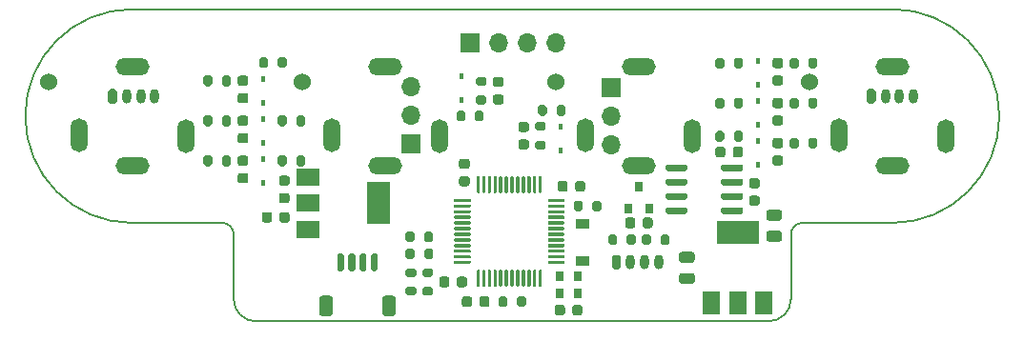
<source format=gbr>
%TF.GenerationSoftware,KiCad,Pcbnew,(5.1.9)-1*%
%TF.CreationDate,2021-02-22T13:59:34+01:00*%
%TF.ProjectId,input-board,696e7075-742d-4626-9f61-72642e6b6963,rev?*%
%TF.SameCoordinates,Original*%
%TF.FileFunction,Soldermask,Top*%
%TF.FilePolarity,Negative*%
%FSLAX46Y46*%
G04 Gerber Fmt 4.6, Leading zero omitted, Abs format (unit mm)*
G04 Created by KiCad (PCBNEW (5.1.9)-1) date 2021-02-22 13:59:34*
%MOMM*%
%LPD*%
G01*
G04 APERTURE LIST*
%TA.AperFunction,Profile*%
%ADD10C,0.150000*%
%TD*%
%ADD11O,1.700000X1.700000*%
%ADD12R,1.700000X1.700000*%
%ADD13O,0.800000X1.300000*%
%ADD14R,1.500000X2.000000*%
%ADD15R,3.800000X2.000000*%
%ADD16R,1.200000X0.900000*%
%ADD17C,1.524000*%
%ADD18O,3.000000X1.500000*%
%ADD19O,1.500000X3.000000*%
%ADD20R,0.650000X0.850000*%
%ADD21R,0.450000X0.600000*%
%ADD22R,2.000000X1.500000*%
%ADD23R,2.000000X3.800000*%
%ADD24R,0.800000X0.900000*%
G04 APERTURE END LIST*
D10*
X109000000Y-40500000D02*
G75*
G03*
X108000000Y-39500000I-1000000J0D01*
G01*
X159500000Y-39500000D02*
G75*
G03*
X158500000Y-40500000I0J-1000000D01*
G01*
X156500000Y-48250000D02*
G75*
G03*
X158500000Y-46250000I0J2000000D01*
G01*
X109000000Y-46250000D02*
G75*
G03*
X111000000Y-48250000I2000000J0D01*
G01*
X159500000Y-39500000D02*
X167500000Y-39500000D01*
X108000000Y-39500000D02*
X100000000Y-39500000D01*
X158500000Y-46250000D02*
X158500000Y-40500000D01*
X111000000Y-48250000D02*
X156500000Y-48250000D01*
X109000000Y-40500000D02*
X109000000Y-46250000D01*
X100000000Y-20500000D02*
G75*
G03*
X100000000Y-39500000I0J-9500000D01*
G01*
X167500000Y-39500000D02*
G75*
G03*
X167500000Y-20500000I0J9500000D01*
G01*
X100000000Y-20500000D02*
X167500000Y-20500000D01*
D11*
%TO.C,J6*%
X124750000Y-27420000D03*
X124750000Y-29960000D03*
D12*
X124750000Y-32500000D03*
%TD*%
D11*
%TO.C,J7*%
X142500000Y-32580000D03*
X142500000Y-30040000D03*
D12*
X142500000Y-27500000D03*
%TD*%
%TO.C,U1*%
G36*
G01*
X149300000Y-38255000D02*
X149300000Y-38555000D01*
G75*
G02*
X149150000Y-38705000I-150000J0D01*
G01*
X147500000Y-38705000D01*
G75*
G02*
X147350000Y-38555000I0J150000D01*
G01*
X147350000Y-38255000D01*
G75*
G02*
X147500000Y-38105000I150000J0D01*
G01*
X149150000Y-38105000D01*
G75*
G02*
X149300000Y-38255000I0J-150000D01*
G01*
G37*
G36*
G01*
X149300000Y-36985000D02*
X149300000Y-37285000D01*
G75*
G02*
X149150000Y-37435000I-150000J0D01*
G01*
X147500000Y-37435000D01*
G75*
G02*
X147350000Y-37285000I0J150000D01*
G01*
X147350000Y-36985000D01*
G75*
G02*
X147500000Y-36835000I150000J0D01*
G01*
X149150000Y-36835000D01*
G75*
G02*
X149300000Y-36985000I0J-150000D01*
G01*
G37*
G36*
G01*
X149300000Y-35715000D02*
X149300000Y-36015000D01*
G75*
G02*
X149150000Y-36165000I-150000J0D01*
G01*
X147500000Y-36165000D01*
G75*
G02*
X147350000Y-36015000I0J150000D01*
G01*
X147350000Y-35715000D01*
G75*
G02*
X147500000Y-35565000I150000J0D01*
G01*
X149150000Y-35565000D01*
G75*
G02*
X149300000Y-35715000I0J-150000D01*
G01*
G37*
G36*
G01*
X149300000Y-34445000D02*
X149300000Y-34745000D01*
G75*
G02*
X149150000Y-34895000I-150000J0D01*
G01*
X147500000Y-34895000D01*
G75*
G02*
X147350000Y-34745000I0J150000D01*
G01*
X147350000Y-34445000D01*
G75*
G02*
X147500000Y-34295000I150000J0D01*
G01*
X149150000Y-34295000D01*
G75*
G02*
X149300000Y-34445000I0J-150000D01*
G01*
G37*
G36*
G01*
X154250000Y-34445000D02*
X154250000Y-34745000D01*
G75*
G02*
X154100000Y-34895000I-150000J0D01*
G01*
X152450000Y-34895000D01*
G75*
G02*
X152300000Y-34745000I0J150000D01*
G01*
X152300000Y-34445000D01*
G75*
G02*
X152450000Y-34295000I150000J0D01*
G01*
X154100000Y-34295000D01*
G75*
G02*
X154250000Y-34445000I0J-150000D01*
G01*
G37*
G36*
G01*
X154250000Y-35715000D02*
X154250000Y-36015000D01*
G75*
G02*
X154100000Y-36165000I-150000J0D01*
G01*
X152450000Y-36165000D01*
G75*
G02*
X152300000Y-36015000I0J150000D01*
G01*
X152300000Y-35715000D01*
G75*
G02*
X152450000Y-35565000I150000J0D01*
G01*
X154100000Y-35565000D01*
G75*
G02*
X154250000Y-35715000I0J-150000D01*
G01*
G37*
G36*
G01*
X154250000Y-36985000D02*
X154250000Y-37285000D01*
G75*
G02*
X154100000Y-37435000I-150000J0D01*
G01*
X152450000Y-37435000D01*
G75*
G02*
X152300000Y-37285000I0J150000D01*
G01*
X152300000Y-36985000D01*
G75*
G02*
X152450000Y-36835000I150000J0D01*
G01*
X154100000Y-36835000D01*
G75*
G02*
X154250000Y-36985000I0J-150000D01*
G01*
G37*
G36*
G01*
X154250000Y-38255000D02*
X154250000Y-38555000D01*
G75*
G02*
X154100000Y-38705000I-150000J0D01*
G01*
X152450000Y-38705000D01*
G75*
G02*
X152300000Y-38555000I0J150000D01*
G01*
X152300000Y-38255000D01*
G75*
G02*
X152450000Y-38105000I150000J0D01*
G01*
X154100000Y-38105000D01*
G75*
G02*
X154250000Y-38255000I0J-150000D01*
G01*
G37*
%TD*%
D13*
%TO.C,J1*%
X102000000Y-28250000D03*
X100750000Y-28250000D03*
X99500000Y-28250000D03*
G36*
G01*
X97850000Y-28700000D02*
X97850000Y-27800000D01*
G75*
G02*
X98050000Y-27600000I200000J0D01*
G01*
X98450000Y-27600000D01*
G75*
G02*
X98650000Y-27800000I0J-200000D01*
G01*
X98650000Y-28700000D01*
G75*
G02*
X98450000Y-28900000I-200000J0D01*
G01*
X98050000Y-28900000D01*
G75*
G02*
X97850000Y-28700000I0J200000D01*
G01*
G37*
%TD*%
D14*
%TO.C,U3*%
X151450000Y-46650000D03*
X156050000Y-46650000D03*
X153750000Y-46650000D03*
D15*
X153750000Y-40350000D03*
%TD*%
%TO.C,C17*%
G36*
G01*
X156543750Y-40200000D02*
X157456250Y-40200000D01*
G75*
G02*
X157700000Y-40443750I0J-243750D01*
G01*
X157700000Y-40931250D01*
G75*
G02*
X157456250Y-41175000I-243750J0D01*
G01*
X156543750Y-41175000D01*
G75*
G02*
X156300000Y-40931250I0J243750D01*
G01*
X156300000Y-40443750D01*
G75*
G02*
X156543750Y-40200000I243750J0D01*
G01*
G37*
G36*
G01*
X156543750Y-38325000D02*
X157456250Y-38325000D01*
G75*
G02*
X157700000Y-38568750I0J-243750D01*
G01*
X157700000Y-39056250D01*
G75*
G02*
X157456250Y-39300000I-243750J0D01*
G01*
X156543750Y-39300000D01*
G75*
G02*
X156300000Y-39056250I0J243750D01*
G01*
X156300000Y-38568750D01*
G75*
G02*
X156543750Y-38325000I243750J0D01*
G01*
G37*
%TD*%
%TO.C,C15*%
G36*
G01*
X148793750Y-43950000D02*
X149706250Y-43950000D01*
G75*
G02*
X149950000Y-44193750I0J-243750D01*
G01*
X149950000Y-44681250D01*
G75*
G02*
X149706250Y-44925000I-243750J0D01*
G01*
X148793750Y-44925000D01*
G75*
G02*
X148550000Y-44681250I0J243750D01*
G01*
X148550000Y-44193750D01*
G75*
G02*
X148793750Y-43950000I243750J0D01*
G01*
G37*
G36*
G01*
X148793750Y-42075000D02*
X149706250Y-42075000D01*
G75*
G02*
X149950000Y-42318750I0J-243750D01*
G01*
X149950000Y-42806250D01*
G75*
G02*
X149706250Y-43050000I-243750J0D01*
G01*
X148793750Y-43050000D01*
G75*
G02*
X148550000Y-42806250I0J243750D01*
G01*
X148550000Y-42318750D01*
G75*
G02*
X148793750Y-42075000I243750J0D01*
G01*
G37*
%TD*%
D16*
%TO.C,D8*%
X140000000Y-39600000D03*
X140000000Y-42900000D03*
%TD*%
D17*
%TO.C,SW3*%
X137600000Y-27000000D03*
D18*
X145000000Y-34400000D03*
X145000000Y-25600000D03*
D19*
X140250000Y-31700000D03*
X149750000Y-31800000D03*
%TD*%
D20*
%TO.C,X1*%
X137925000Y-44225000D03*
X139575000Y-44225000D03*
X139575000Y-45775000D03*
X137925000Y-45775000D03*
%TD*%
%TO.C,C8*%
G36*
G01*
X138425000Y-47000000D02*
X138425000Y-47500000D01*
G75*
G02*
X138200000Y-47725000I-225000J0D01*
G01*
X137750000Y-47725000D01*
G75*
G02*
X137525000Y-47500000I0J225000D01*
G01*
X137525000Y-47000000D01*
G75*
G02*
X137750000Y-46775000I225000J0D01*
G01*
X138200000Y-46775000D01*
G75*
G02*
X138425000Y-47000000I0J-225000D01*
G01*
G37*
G36*
G01*
X139975000Y-47000000D02*
X139975000Y-47500000D01*
G75*
G02*
X139750000Y-47725000I-225000J0D01*
G01*
X139300000Y-47725000D01*
G75*
G02*
X139075000Y-47500000I0J225000D01*
G01*
X139075000Y-47000000D01*
G75*
G02*
X139300000Y-46775000I225000J0D01*
G01*
X139750000Y-46775000D01*
G75*
G02*
X139975000Y-47000000I0J-225000D01*
G01*
G37*
%TD*%
D21*
%TO.C,D1*%
X111608000Y-33825000D03*
X111608000Y-35925000D03*
%TD*%
%TO.C,D3*%
X111608000Y-26713000D03*
X111608000Y-28813000D03*
%TD*%
D17*
%TO.C,SW1*%
X92600000Y-27000000D03*
D18*
X100000000Y-34400000D03*
X100000000Y-25600000D03*
D19*
X95250000Y-31700000D03*
X104750000Y-31800000D03*
%TD*%
%TO.C,J2*%
G36*
G01*
X165225000Y-28700000D02*
X165225000Y-27800000D01*
G75*
G02*
X165425000Y-27600000I200000J0D01*
G01*
X165825000Y-27600000D01*
G75*
G02*
X166025000Y-27800000I0J-200000D01*
G01*
X166025000Y-28700000D01*
G75*
G02*
X165825000Y-28900000I-200000J0D01*
G01*
X165425000Y-28900000D01*
G75*
G02*
X165225000Y-28700000I0J200000D01*
G01*
G37*
D13*
X166875000Y-28250000D03*
X168125000Y-28250000D03*
X169375000Y-28250000D03*
%TD*%
%TO.C,J4*%
X146750000Y-43000000D03*
X145500000Y-43000000D03*
X144250000Y-43000000D03*
G36*
G01*
X142600000Y-43450000D02*
X142600000Y-42550000D01*
G75*
G02*
X142800000Y-42350000I200000J0D01*
G01*
X143200000Y-42350000D01*
G75*
G02*
X143400000Y-42550000I0J-200000D01*
G01*
X143400000Y-43450000D01*
G75*
G02*
X143200000Y-43650000I-200000J0D01*
G01*
X142800000Y-43650000D01*
G75*
G02*
X142600000Y-43450000I0J200000D01*
G01*
G37*
%TD*%
D22*
%TO.C,U4*%
X115600000Y-35450000D03*
X115600000Y-40050000D03*
X115600000Y-37750000D03*
D23*
X121900000Y-37750000D03*
%TD*%
%TO.C,U2*%
G36*
G01*
X130802000Y-45159000D02*
X130652000Y-45159000D01*
G75*
G02*
X130577000Y-45084000I0J75000D01*
G01*
X130577000Y-43759000D01*
G75*
G02*
X130652000Y-43684000I75000J0D01*
G01*
X130802000Y-43684000D01*
G75*
G02*
X130877000Y-43759000I0J-75000D01*
G01*
X130877000Y-45084000D01*
G75*
G02*
X130802000Y-45159000I-75000J0D01*
G01*
G37*
G36*
G01*
X131302000Y-45159000D02*
X131152000Y-45159000D01*
G75*
G02*
X131077000Y-45084000I0J75000D01*
G01*
X131077000Y-43759000D01*
G75*
G02*
X131152000Y-43684000I75000J0D01*
G01*
X131302000Y-43684000D01*
G75*
G02*
X131377000Y-43759000I0J-75000D01*
G01*
X131377000Y-45084000D01*
G75*
G02*
X131302000Y-45159000I-75000J0D01*
G01*
G37*
G36*
G01*
X131802000Y-45159000D02*
X131652000Y-45159000D01*
G75*
G02*
X131577000Y-45084000I0J75000D01*
G01*
X131577000Y-43759000D01*
G75*
G02*
X131652000Y-43684000I75000J0D01*
G01*
X131802000Y-43684000D01*
G75*
G02*
X131877000Y-43759000I0J-75000D01*
G01*
X131877000Y-45084000D01*
G75*
G02*
X131802000Y-45159000I-75000J0D01*
G01*
G37*
G36*
G01*
X132302000Y-45159000D02*
X132152000Y-45159000D01*
G75*
G02*
X132077000Y-45084000I0J75000D01*
G01*
X132077000Y-43759000D01*
G75*
G02*
X132152000Y-43684000I75000J0D01*
G01*
X132302000Y-43684000D01*
G75*
G02*
X132377000Y-43759000I0J-75000D01*
G01*
X132377000Y-45084000D01*
G75*
G02*
X132302000Y-45159000I-75000J0D01*
G01*
G37*
G36*
G01*
X132802000Y-45159000D02*
X132652000Y-45159000D01*
G75*
G02*
X132577000Y-45084000I0J75000D01*
G01*
X132577000Y-43759000D01*
G75*
G02*
X132652000Y-43684000I75000J0D01*
G01*
X132802000Y-43684000D01*
G75*
G02*
X132877000Y-43759000I0J-75000D01*
G01*
X132877000Y-45084000D01*
G75*
G02*
X132802000Y-45159000I-75000J0D01*
G01*
G37*
G36*
G01*
X133302000Y-45159000D02*
X133152000Y-45159000D01*
G75*
G02*
X133077000Y-45084000I0J75000D01*
G01*
X133077000Y-43759000D01*
G75*
G02*
X133152000Y-43684000I75000J0D01*
G01*
X133302000Y-43684000D01*
G75*
G02*
X133377000Y-43759000I0J-75000D01*
G01*
X133377000Y-45084000D01*
G75*
G02*
X133302000Y-45159000I-75000J0D01*
G01*
G37*
G36*
G01*
X133802000Y-45159000D02*
X133652000Y-45159000D01*
G75*
G02*
X133577000Y-45084000I0J75000D01*
G01*
X133577000Y-43759000D01*
G75*
G02*
X133652000Y-43684000I75000J0D01*
G01*
X133802000Y-43684000D01*
G75*
G02*
X133877000Y-43759000I0J-75000D01*
G01*
X133877000Y-45084000D01*
G75*
G02*
X133802000Y-45159000I-75000J0D01*
G01*
G37*
G36*
G01*
X134302000Y-45159000D02*
X134152000Y-45159000D01*
G75*
G02*
X134077000Y-45084000I0J75000D01*
G01*
X134077000Y-43759000D01*
G75*
G02*
X134152000Y-43684000I75000J0D01*
G01*
X134302000Y-43684000D01*
G75*
G02*
X134377000Y-43759000I0J-75000D01*
G01*
X134377000Y-45084000D01*
G75*
G02*
X134302000Y-45159000I-75000J0D01*
G01*
G37*
G36*
G01*
X134802000Y-45159000D02*
X134652000Y-45159000D01*
G75*
G02*
X134577000Y-45084000I0J75000D01*
G01*
X134577000Y-43759000D01*
G75*
G02*
X134652000Y-43684000I75000J0D01*
G01*
X134802000Y-43684000D01*
G75*
G02*
X134877000Y-43759000I0J-75000D01*
G01*
X134877000Y-45084000D01*
G75*
G02*
X134802000Y-45159000I-75000J0D01*
G01*
G37*
G36*
G01*
X135302000Y-45159000D02*
X135152000Y-45159000D01*
G75*
G02*
X135077000Y-45084000I0J75000D01*
G01*
X135077000Y-43759000D01*
G75*
G02*
X135152000Y-43684000I75000J0D01*
G01*
X135302000Y-43684000D01*
G75*
G02*
X135377000Y-43759000I0J-75000D01*
G01*
X135377000Y-45084000D01*
G75*
G02*
X135302000Y-45159000I-75000J0D01*
G01*
G37*
G36*
G01*
X135802000Y-45159000D02*
X135652000Y-45159000D01*
G75*
G02*
X135577000Y-45084000I0J75000D01*
G01*
X135577000Y-43759000D01*
G75*
G02*
X135652000Y-43684000I75000J0D01*
G01*
X135802000Y-43684000D01*
G75*
G02*
X135877000Y-43759000I0J-75000D01*
G01*
X135877000Y-45084000D01*
G75*
G02*
X135802000Y-45159000I-75000J0D01*
G01*
G37*
G36*
G01*
X136302000Y-45159000D02*
X136152000Y-45159000D01*
G75*
G02*
X136077000Y-45084000I0J75000D01*
G01*
X136077000Y-43759000D01*
G75*
G02*
X136152000Y-43684000I75000J0D01*
G01*
X136302000Y-43684000D01*
G75*
G02*
X136377000Y-43759000I0J-75000D01*
G01*
X136377000Y-45084000D01*
G75*
G02*
X136302000Y-45159000I-75000J0D01*
G01*
G37*
G36*
G01*
X138302000Y-43159000D02*
X136977000Y-43159000D01*
G75*
G02*
X136902000Y-43084000I0J75000D01*
G01*
X136902000Y-42934000D01*
G75*
G02*
X136977000Y-42859000I75000J0D01*
G01*
X138302000Y-42859000D01*
G75*
G02*
X138377000Y-42934000I0J-75000D01*
G01*
X138377000Y-43084000D01*
G75*
G02*
X138302000Y-43159000I-75000J0D01*
G01*
G37*
G36*
G01*
X138302000Y-42659000D02*
X136977000Y-42659000D01*
G75*
G02*
X136902000Y-42584000I0J75000D01*
G01*
X136902000Y-42434000D01*
G75*
G02*
X136977000Y-42359000I75000J0D01*
G01*
X138302000Y-42359000D01*
G75*
G02*
X138377000Y-42434000I0J-75000D01*
G01*
X138377000Y-42584000D01*
G75*
G02*
X138302000Y-42659000I-75000J0D01*
G01*
G37*
G36*
G01*
X138302000Y-42159000D02*
X136977000Y-42159000D01*
G75*
G02*
X136902000Y-42084000I0J75000D01*
G01*
X136902000Y-41934000D01*
G75*
G02*
X136977000Y-41859000I75000J0D01*
G01*
X138302000Y-41859000D01*
G75*
G02*
X138377000Y-41934000I0J-75000D01*
G01*
X138377000Y-42084000D01*
G75*
G02*
X138302000Y-42159000I-75000J0D01*
G01*
G37*
G36*
G01*
X138302000Y-41659000D02*
X136977000Y-41659000D01*
G75*
G02*
X136902000Y-41584000I0J75000D01*
G01*
X136902000Y-41434000D01*
G75*
G02*
X136977000Y-41359000I75000J0D01*
G01*
X138302000Y-41359000D01*
G75*
G02*
X138377000Y-41434000I0J-75000D01*
G01*
X138377000Y-41584000D01*
G75*
G02*
X138302000Y-41659000I-75000J0D01*
G01*
G37*
G36*
G01*
X138302000Y-41159000D02*
X136977000Y-41159000D01*
G75*
G02*
X136902000Y-41084000I0J75000D01*
G01*
X136902000Y-40934000D01*
G75*
G02*
X136977000Y-40859000I75000J0D01*
G01*
X138302000Y-40859000D01*
G75*
G02*
X138377000Y-40934000I0J-75000D01*
G01*
X138377000Y-41084000D01*
G75*
G02*
X138302000Y-41159000I-75000J0D01*
G01*
G37*
G36*
G01*
X138302000Y-40659000D02*
X136977000Y-40659000D01*
G75*
G02*
X136902000Y-40584000I0J75000D01*
G01*
X136902000Y-40434000D01*
G75*
G02*
X136977000Y-40359000I75000J0D01*
G01*
X138302000Y-40359000D01*
G75*
G02*
X138377000Y-40434000I0J-75000D01*
G01*
X138377000Y-40584000D01*
G75*
G02*
X138302000Y-40659000I-75000J0D01*
G01*
G37*
G36*
G01*
X138302000Y-40159000D02*
X136977000Y-40159000D01*
G75*
G02*
X136902000Y-40084000I0J75000D01*
G01*
X136902000Y-39934000D01*
G75*
G02*
X136977000Y-39859000I75000J0D01*
G01*
X138302000Y-39859000D01*
G75*
G02*
X138377000Y-39934000I0J-75000D01*
G01*
X138377000Y-40084000D01*
G75*
G02*
X138302000Y-40159000I-75000J0D01*
G01*
G37*
G36*
G01*
X138302000Y-39659000D02*
X136977000Y-39659000D01*
G75*
G02*
X136902000Y-39584000I0J75000D01*
G01*
X136902000Y-39434000D01*
G75*
G02*
X136977000Y-39359000I75000J0D01*
G01*
X138302000Y-39359000D01*
G75*
G02*
X138377000Y-39434000I0J-75000D01*
G01*
X138377000Y-39584000D01*
G75*
G02*
X138302000Y-39659000I-75000J0D01*
G01*
G37*
G36*
G01*
X138302000Y-39159000D02*
X136977000Y-39159000D01*
G75*
G02*
X136902000Y-39084000I0J75000D01*
G01*
X136902000Y-38934000D01*
G75*
G02*
X136977000Y-38859000I75000J0D01*
G01*
X138302000Y-38859000D01*
G75*
G02*
X138377000Y-38934000I0J-75000D01*
G01*
X138377000Y-39084000D01*
G75*
G02*
X138302000Y-39159000I-75000J0D01*
G01*
G37*
G36*
G01*
X138302000Y-38659000D02*
X136977000Y-38659000D01*
G75*
G02*
X136902000Y-38584000I0J75000D01*
G01*
X136902000Y-38434000D01*
G75*
G02*
X136977000Y-38359000I75000J0D01*
G01*
X138302000Y-38359000D01*
G75*
G02*
X138377000Y-38434000I0J-75000D01*
G01*
X138377000Y-38584000D01*
G75*
G02*
X138302000Y-38659000I-75000J0D01*
G01*
G37*
G36*
G01*
X138302000Y-38159000D02*
X136977000Y-38159000D01*
G75*
G02*
X136902000Y-38084000I0J75000D01*
G01*
X136902000Y-37934000D01*
G75*
G02*
X136977000Y-37859000I75000J0D01*
G01*
X138302000Y-37859000D01*
G75*
G02*
X138377000Y-37934000I0J-75000D01*
G01*
X138377000Y-38084000D01*
G75*
G02*
X138302000Y-38159000I-75000J0D01*
G01*
G37*
G36*
G01*
X138302000Y-37659000D02*
X136977000Y-37659000D01*
G75*
G02*
X136902000Y-37584000I0J75000D01*
G01*
X136902000Y-37434000D01*
G75*
G02*
X136977000Y-37359000I75000J0D01*
G01*
X138302000Y-37359000D01*
G75*
G02*
X138377000Y-37434000I0J-75000D01*
G01*
X138377000Y-37584000D01*
G75*
G02*
X138302000Y-37659000I-75000J0D01*
G01*
G37*
G36*
G01*
X136302000Y-36834000D02*
X136152000Y-36834000D01*
G75*
G02*
X136077000Y-36759000I0J75000D01*
G01*
X136077000Y-35434000D01*
G75*
G02*
X136152000Y-35359000I75000J0D01*
G01*
X136302000Y-35359000D01*
G75*
G02*
X136377000Y-35434000I0J-75000D01*
G01*
X136377000Y-36759000D01*
G75*
G02*
X136302000Y-36834000I-75000J0D01*
G01*
G37*
G36*
G01*
X135802000Y-36834000D02*
X135652000Y-36834000D01*
G75*
G02*
X135577000Y-36759000I0J75000D01*
G01*
X135577000Y-35434000D01*
G75*
G02*
X135652000Y-35359000I75000J0D01*
G01*
X135802000Y-35359000D01*
G75*
G02*
X135877000Y-35434000I0J-75000D01*
G01*
X135877000Y-36759000D01*
G75*
G02*
X135802000Y-36834000I-75000J0D01*
G01*
G37*
G36*
G01*
X135302000Y-36834000D02*
X135152000Y-36834000D01*
G75*
G02*
X135077000Y-36759000I0J75000D01*
G01*
X135077000Y-35434000D01*
G75*
G02*
X135152000Y-35359000I75000J0D01*
G01*
X135302000Y-35359000D01*
G75*
G02*
X135377000Y-35434000I0J-75000D01*
G01*
X135377000Y-36759000D01*
G75*
G02*
X135302000Y-36834000I-75000J0D01*
G01*
G37*
G36*
G01*
X134802000Y-36834000D02*
X134652000Y-36834000D01*
G75*
G02*
X134577000Y-36759000I0J75000D01*
G01*
X134577000Y-35434000D01*
G75*
G02*
X134652000Y-35359000I75000J0D01*
G01*
X134802000Y-35359000D01*
G75*
G02*
X134877000Y-35434000I0J-75000D01*
G01*
X134877000Y-36759000D01*
G75*
G02*
X134802000Y-36834000I-75000J0D01*
G01*
G37*
G36*
G01*
X134302000Y-36834000D02*
X134152000Y-36834000D01*
G75*
G02*
X134077000Y-36759000I0J75000D01*
G01*
X134077000Y-35434000D01*
G75*
G02*
X134152000Y-35359000I75000J0D01*
G01*
X134302000Y-35359000D01*
G75*
G02*
X134377000Y-35434000I0J-75000D01*
G01*
X134377000Y-36759000D01*
G75*
G02*
X134302000Y-36834000I-75000J0D01*
G01*
G37*
G36*
G01*
X133802000Y-36834000D02*
X133652000Y-36834000D01*
G75*
G02*
X133577000Y-36759000I0J75000D01*
G01*
X133577000Y-35434000D01*
G75*
G02*
X133652000Y-35359000I75000J0D01*
G01*
X133802000Y-35359000D01*
G75*
G02*
X133877000Y-35434000I0J-75000D01*
G01*
X133877000Y-36759000D01*
G75*
G02*
X133802000Y-36834000I-75000J0D01*
G01*
G37*
G36*
G01*
X133302000Y-36834000D02*
X133152000Y-36834000D01*
G75*
G02*
X133077000Y-36759000I0J75000D01*
G01*
X133077000Y-35434000D01*
G75*
G02*
X133152000Y-35359000I75000J0D01*
G01*
X133302000Y-35359000D01*
G75*
G02*
X133377000Y-35434000I0J-75000D01*
G01*
X133377000Y-36759000D01*
G75*
G02*
X133302000Y-36834000I-75000J0D01*
G01*
G37*
G36*
G01*
X132802000Y-36834000D02*
X132652000Y-36834000D01*
G75*
G02*
X132577000Y-36759000I0J75000D01*
G01*
X132577000Y-35434000D01*
G75*
G02*
X132652000Y-35359000I75000J0D01*
G01*
X132802000Y-35359000D01*
G75*
G02*
X132877000Y-35434000I0J-75000D01*
G01*
X132877000Y-36759000D01*
G75*
G02*
X132802000Y-36834000I-75000J0D01*
G01*
G37*
G36*
G01*
X132302000Y-36834000D02*
X132152000Y-36834000D01*
G75*
G02*
X132077000Y-36759000I0J75000D01*
G01*
X132077000Y-35434000D01*
G75*
G02*
X132152000Y-35359000I75000J0D01*
G01*
X132302000Y-35359000D01*
G75*
G02*
X132377000Y-35434000I0J-75000D01*
G01*
X132377000Y-36759000D01*
G75*
G02*
X132302000Y-36834000I-75000J0D01*
G01*
G37*
G36*
G01*
X131802000Y-36834000D02*
X131652000Y-36834000D01*
G75*
G02*
X131577000Y-36759000I0J75000D01*
G01*
X131577000Y-35434000D01*
G75*
G02*
X131652000Y-35359000I75000J0D01*
G01*
X131802000Y-35359000D01*
G75*
G02*
X131877000Y-35434000I0J-75000D01*
G01*
X131877000Y-36759000D01*
G75*
G02*
X131802000Y-36834000I-75000J0D01*
G01*
G37*
G36*
G01*
X131302000Y-36834000D02*
X131152000Y-36834000D01*
G75*
G02*
X131077000Y-36759000I0J75000D01*
G01*
X131077000Y-35434000D01*
G75*
G02*
X131152000Y-35359000I75000J0D01*
G01*
X131302000Y-35359000D01*
G75*
G02*
X131377000Y-35434000I0J-75000D01*
G01*
X131377000Y-36759000D01*
G75*
G02*
X131302000Y-36834000I-75000J0D01*
G01*
G37*
G36*
G01*
X130802000Y-36834000D02*
X130652000Y-36834000D01*
G75*
G02*
X130577000Y-36759000I0J75000D01*
G01*
X130577000Y-35434000D01*
G75*
G02*
X130652000Y-35359000I75000J0D01*
G01*
X130802000Y-35359000D01*
G75*
G02*
X130877000Y-35434000I0J-75000D01*
G01*
X130877000Y-36759000D01*
G75*
G02*
X130802000Y-36834000I-75000J0D01*
G01*
G37*
G36*
G01*
X129977000Y-37659000D02*
X128652000Y-37659000D01*
G75*
G02*
X128577000Y-37584000I0J75000D01*
G01*
X128577000Y-37434000D01*
G75*
G02*
X128652000Y-37359000I75000J0D01*
G01*
X129977000Y-37359000D01*
G75*
G02*
X130052000Y-37434000I0J-75000D01*
G01*
X130052000Y-37584000D01*
G75*
G02*
X129977000Y-37659000I-75000J0D01*
G01*
G37*
G36*
G01*
X129977000Y-38159000D02*
X128652000Y-38159000D01*
G75*
G02*
X128577000Y-38084000I0J75000D01*
G01*
X128577000Y-37934000D01*
G75*
G02*
X128652000Y-37859000I75000J0D01*
G01*
X129977000Y-37859000D01*
G75*
G02*
X130052000Y-37934000I0J-75000D01*
G01*
X130052000Y-38084000D01*
G75*
G02*
X129977000Y-38159000I-75000J0D01*
G01*
G37*
G36*
G01*
X129977000Y-38659000D02*
X128652000Y-38659000D01*
G75*
G02*
X128577000Y-38584000I0J75000D01*
G01*
X128577000Y-38434000D01*
G75*
G02*
X128652000Y-38359000I75000J0D01*
G01*
X129977000Y-38359000D01*
G75*
G02*
X130052000Y-38434000I0J-75000D01*
G01*
X130052000Y-38584000D01*
G75*
G02*
X129977000Y-38659000I-75000J0D01*
G01*
G37*
G36*
G01*
X129977000Y-39159000D02*
X128652000Y-39159000D01*
G75*
G02*
X128577000Y-39084000I0J75000D01*
G01*
X128577000Y-38934000D01*
G75*
G02*
X128652000Y-38859000I75000J0D01*
G01*
X129977000Y-38859000D01*
G75*
G02*
X130052000Y-38934000I0J-75000D01*
G01*
X130052000Y-39084000D01*
G75*
G02*
X129977000Y-39159000I-75000J0D01*
G01*
G37*
G36*
G01*
X129977000Y-39659000D02*
X128652000Y-39659000D01*
G75*
G02*
X128577000Y-39584000I0J75000D01*
G01*
X128577000Y-39434000D01*
G75*
G02*
X128652000Y-39359000I75000J0D01*
G01*
X129977000Y-39359000D01*
G75*
G02*
X130052000Y-39434000I0J-75000D01*
G01*
X130052000Y-39584000D01*
G75*
G02*
X129977000Y-39659000I-75000J0D01*
G01*
G37*
G36*
G01*
X129977000Y-40159000D02*
X128652000Y-40159000D01*
G75*
G02*
X128577000Y-40084000I0J75000D01*
G01*
X128577000Y-39934000D01*
G75*
G02*
X128652000Y-39859000I75000J0D01*
G01*
X129977000Y-39859000D01*
G75*
G02*
X130052000Y-39934000I0J-75000D01*
G01*
X130052000Y-40084000D01*
G75*
G02*
X129977000Y-40159000I-75000J0D01*
G01*
G37*
G36*
G01*
X129977000Y-40659000D02*
X128652000Y-40659000D01*
G75*
G02*
X128577000Y-40584000I0J75000D01*
G01*
X128577000Y-40434000D01*
G75*
G02*
X128652000Y-40359000I75000J0D01*
G01*
X129977000Y-40359000D01*
G75*
G02*
X130052000Y-40434000I0J-75000D01*
G01*
X130052000Y-40584000D01*
G75*
G02*
X129977000Y-40659000I-75000J0D01*
G01*
G37*
G36*
G01*
X129977000Y-41159000D02*
X128652000Y-41159000D01*
G75*
G02*
X128577000Y-41084000I0J75000D01*
G01*
X128577000Y-40934000D01*
G75*
G02*
X128652000Y-40859000I75000J0D01*
G01*
X129977000Y-40859000D01*
G75*
G02*
X130052000Y-40934000I0J-75000D01*
G01*
X130052000Y-41084000D01*
G75*
G02*
X129977000Y-41159000I-75000J0D01*
G01*
G37*
G36*
G01*
X129977000Y-41659000D02*
X128652000Y-41659000D01*
G75*
G02*
X128577000Y-41584000I0J75000D01*
G01*
X128577000Y-41434000D01*
G75*
G02*
X128652000Y-41359000I75000J0D01*
G01*
X129977000Y-41359000D01*
G75*
G02*
X130052000Y-41434000I0J-75000D01*
G01*
X130052000Y-41584000D01*
G75*
G02*
X129977000Y-41659000I-75000J0D01*
G01*
G37*
G36*
G01*
X129977000Y-42159000D02*
X128652000Y-42159000D01*
G75*
G02*
X128577000Y-42084000I0J75000D01*
G01*
X128577000Y-41934000D01*
G75*
G02*
X128652000Y-41859000I75000J0D01*
G01*
X129977000Y-41859000D01*
G75*
G02*
X130052000Y-41934000I0J-75000D01*
G01*
X130052000Y-42084000D01*
G75*
G02*
X129977000Y-42159000I-75000J0D01*
G01*
G37*
G36*
G01*
X129977000Y-42659000D02*
X128652000Y-42659000D01*
G75*
G02*
X128577000Y-42584000I0J75000D01*
G01*
X128577000Y-42434000D01*
G75*
G02*
X128652000Y-42359000I75000J0D01*
G01*
X129977000Y-42359000D01*
G75*
G02*
X130052000Y-42434000I0J-75000D01*
G01*
X130052000Y-42584000D01*
G75*
G02*
X129977000Y-42659000I-75000J0D01*
G01*
G37*
G36*
G01*
X129977000Y-43159000D02*
X128652000Y-43159000D01*
G75*
G02*
X128577000Y-43084000I0J75000D01*
G01*
X128577000Y-42934000D01*
G75*
G02*
X128652000Y-42859000I75000J0D01*
G01*
X129977000Y-42859000D01*
G75*
G02*
X130052000Y-42934000I0J-75000D01*
G01*
X130052000Y-43084000D01*
G75*
G02*
X129977000Y-43159000I-75000J0D01*
G01*
G37*
%TD*%
D17*
%TO.C,SW4*%
X160100000Y-27000000D03*
D18*
X167500000Y-34400000D03*
X167500000Y-25600000D03*
D19*
X162750000Y-31700000D03*
X172250000Y-31800000D03*
%TD*%
D17*
%TO.C,SW2*%
X115100000Y-27000000D03*
D18*
X122500000Y-34400000D03*
X122500000Y-25600000D03*
D19*
X117750000Y-31700000D03*
X127250000Y-31800000D03*
%TD*%
%TO.C,R15*%
G36*
G01*
X146925000Y-41275000D02*
X146925000Y-40725000D01*
G75*
G02*
X147125000Y-40525000I200000J0D01*
G01*
X147525000Y-40525000D01*
G75*
G02*
X147725000Y-40725000I0J-200000D01*
G01*
X147725000Y-41275000D01*
G75*
G02*
X147525000Y-41475000I-200000J0D01*
G01*
X147125000Y-41475000D01*
G75*
G02*
X146925000Y-41275000I0J200000D01*
G01*
G37*
G36*
G01*
X145275000Y-41275000D02*
X145275000Y-40725000D01*
G75*
G02*
X145475000Y-40525000I200000J0D01*
G01*
X145875000Y-40525000D01*
G75*
G02*
X146075000Y-40725000I0J-200000D01*
G01*
X146075000Y-41275000D01*
G75*
G02*
X145875000Y-41475000I-200000J0D01*
G01*
X145475000Y-41475000D01*
G75*
G02*
X145275000Y-41275000I0J200000D01*
G01*
G37*
%TD*%
%TO.C,R14*%
G36*
G01*
X143925000Y-41275000D02*
X143925000Y-40725000D01*
G75*
G02*
X144125000Y-40525000I200000J0D01*
G01*
X144525000Y-40525000D01*
G75*
G02*
X144725000Y-40725000I0J-200000D01*
G01*
X144725000Y-41275000D01*
G75*
G02*
X144525000Y-41475000I-200000J0D01*
G01*
X144125000Y-41475000D01*
G75*
G02*
X143925000Y-41275000I0J200000D01*
G01*
G37*
G36*
G01*
X142275000Y-41275000D02*
X142275000Y-40725000D01*
G75*
G02*
X142475000Y-40525000I200000J0D01*
G01*
X142875000Y-40525000D01*
G75*
G02*
X143075000Y-40725000I0J-200000D01*
G01*
X143075000Y-41275000D01*
G75*
G02*
X142875000Y-41475000I-200000J0D01*
G01*
X142475000Y-41475000D01*
G75*
G02*
X142275000Y-41275000I0J200000D01*
G01*
G37*
%TD*%
%TO.C,R18*%
G36*
G01*
X140000000Y-37725000D02*
X140000000Y-38275000D01*
G75*
G02*
X139800000Y-38475000I-200000J0D01*
G01*
X139400000Y-38475000D01*
G75*
G02*
X139200000Y-38275000I0J200000D01*
G01*
X139200000Y-37725000D01*
G75*
G02*
X139400000Y-37525000I200000J0D01*
G01*
X139800000Y-37525000D01*
G75*
G02*
X140000000Y-37725000I0J-200000D01*
G01*
G37*
G36*
G01*
X141650000Y-37725000D02*
X141650000Y-38275000D01*
G75*
G02*
X141450000Y-38475000I-200000J0D01*
G01*
X141050000Y-38475000D01*
G75*
G02*
X140850000Y-38275000I0J200000D01*
G01*
X140850000Y-37725000D01*
G75*
G02*
X141050000Y-37525000I200000J0D01*
G01*
X141450000Y-37525000D01*
G75*
G02*
X141650000Y-37725000I0J-200000D01*
G01*
G37*
%TD*%
%TO.C,R17*%
G36*
G01*
X134175000Y-46775000D02*
X134175000Y-46225000D01*
G75*
G02*
X134375000Y-46025000I200000J0D01*
G01*
X134775000Y-46025000D01*
G75*
G02*
X134975000Y-46225000I0J-200000D01*
G01*
X134975000Y-46775000D01*
G75*
G02*
X134775000Y-46975000I-200000J0D01*
G01*
X134375000Y-46975000D01*
G75*
G02*
X134175000Y-46775000I0J200000D01*
G01*
G37*
G36*
G01*
X132525000Y-46775000D02*
X132525000Y-46225000D01*
G75*
G02*
X132725000Y-46025000I200000J0D01*
G01*
X133125000Y-46025000D01*
G75*
G02*
X133325000Y-46225000I0J-200000D01*
G01*
X133325000Y-46775000D01*
G75*
G02*
X133125000Y-46975000I-200000J0D01*
G01*
X132725000Y-46975000D01*
G75*
G02*
X132525000Y-46775000I0J200000D01*
G01*
G37*
%TD*%
%TO.C,R16*%
G36*
G01*
X125075000Y-41975000D02*
X125075000Y-42525000D01*
G75*
G02*
X124875000Y-42725000I-200000J0D01*
G01*
X124475000Y-42725000D01*
G75*
G02*
X124275000Y-42525000I0J200000D01*
G01*
X124275000Y-41975000D01*
G75*
G02*
X124475000Y-41775000I200000J0D01*
G01*
X124875000Y-41775000D01*
G75*
G02*
X125075000Y-41975000I0J-200000D01*
G01*
G37*
G36*
G01*
X126725000Y-41975000D02*
X126725000Y-42525000D01*
G75*
G02*
X126525000Y-42725000I-200000J0D01*
G01*
X126125000Y-42725000D01*
G75*
G02*
X125925000Y-42525000I0J200000D01*
G01*
X125925000Y-41975000D01*
G75*
G02*
X126125000Y-41775000I200000J0D01*
G01*
X126525000Y-41775000D01*
G75*
G02*
X126725000Y-41975000I0J-200000D01*
G01*
G37*
%TD*%
%TO.C,R13*%
G36*
G01*
X125925000Y-41025000D02*
X125925000Y-40475000D01*
G75*
G02*
X126125000Y-40275000I200000J0D01*
G01*
X126525000Y-40275000D01*
G75*
G02*
X126725000Y-40475000I0J-200000D01*
G01*
X126725000Y-41025000D01*
G75*
G02*
X126525000Y-41225000I-200000J0D01*
G01*
X126125000Y-41225000D01*
G75*
G02*
X125925000Y-41025000I0J200000D01*
G01*
G37*
G36*
G01*
X124275000Y-41025000D02*
X124275000Y-40475000D01*
G75*
G02*
X124475000Y-40275000I200000J0D01*
G01*
X124875000Y-40275000D01*
G75*
G02*
X125075000Y-40475000I0J-200000D01*
G01*
X125075000Y-41025000D01*
G75*
G02*
X124875000Y-41225000I-200000J0D01*
G01*
X124475000Y-41225000D01*
G75*
G02*
X124275000Y-41025000I0J200000D01*
G01*
G37*
%TD*%
%TO.C,R12*%
G36*
G01*
X154227000Y-31525000D02*
X154227000Y-32075000D01*
G75*
G02*
X154027000Y-32275000I-200000J0D01*
G01*
X153627000Y-32275000D01*
G75*
G02*
X153427000Y-32075000I0J200000D01*
G01*
X153427000Y-31525000D01*
G75*
G02*
X153627000Y-31325000I200000J0D01*
G01*
X154027000Y-31325000D01*
G75*
G02*
X154227000Y-31525000I0J-200000D01*
G01*
G37*
G36*
G01*
X152577000Y-31525000D02*
X152577000Y-32075000D01*
G75*
G02*
X152377000Y-32275000I-200000J0D01*
G01*
X151977000Y-32275000D01*
G75*
G02*
X151777000Y-32075000I0J200000D01*
G01*
X151777000Y-31525000D01*
G75*
G02*
X151977000Y-31325000I200000J0D01*
G01*
X152377000Y-31325000D01*
G75*
G02*
X152577000Y-31525000I0J-200000D01*
G01*
G37*
%TD*%
%TO.C,R11*%
G36*
G01*
X154227000Y-28587000D02*
X154227000Y-29137000D01*
G75*
G02*
X154027000Y-29337000I-200000J0D01*
G01*
X153627000Y-29337000D01*
G75*
G02*
X153427000Y-29137000I0J200000D01*
G01*
X153427000Y-28587000D01*
G75*
G02*
X153627000Y-28387000I200000J0D01*
G01*
X154027000Y-28387000D01*
G75*
G02*
X154227000Y-28587000I0J-200000D01*
G01*
G37*
G36*
G01*
X152577000Y-28587000D02*
X152577000Y-29137000D01*
G75*
G02*
X152377000Y-29337000I-200000J0D01*
G01*
X151977000Y-29337000D01*
G75*
G02*
X151777000Y-29137000I0J200000D01*
G01*
X151777000Y-28587000D01*
G75*
G02*
X151977000Y-28387000I200000J0D01*
G01*
X152377000Y-28387000D01*
G75*
G02*
X152577000Y-28587000I0J-200000D01*
G01*
G37*
%TD*%
%TO.C,R10*%
G36*
G01*
X154227000Y-25031000D02*
X154227000Y-25581000D01*
G75*
G02*
X154027000Y-25781000I-200000J0D01*
G01*
X153627000Y-25781000D01*
G75*
G02*
X153427000Y-25581000I0J200000D01*
G01*
X153427000Y-25031000D01*
G75*
G02*
X153627000Y-24831000I200000J0D01*
G01*
X154027000Y-24831000D01*
G75*
G02*
X154227000Y-25031000I0J-200000D01*
G01*
G37*
G36*
G01*
X152577000Y-25031000D02*
X152577000Y-25581000D01*
G75*
G02*
X152377000Y-25781000I-200000J0D01*
G01*
X151977000Y-25781000D01*
G75*
G02*
X151777000Y-25581000I0J200000D01*
G01*
X151777000Y-25031000D01*
G75*
G02*
X151977000Y-24831000I200000J0D01*
G01*
X152377000Y-24831000D01*
G75*
G02*
X152577000Y-25031000I0J-200000D01*
G01*
G37*
%TD*%
%TO.C,R6*%
G36*
G01*
X111275000Y-25525000D02*
X111275000Y-24975000D01*
G75*
G02*
X111475000Y-24775000I200000J0D01*
G01*
X111875000Y-24775000D01*
G75*
G02*
X112075000Y-24975000I0J-200000D01*
G01*
X112075000Y-25525000D01*
G75*
G02*
X111875000Y-25725000I-200000J0D01*
G01*
X111475000Y-25725000D01*
G75*
G02*
X111275000Y-25525000I0J200000D01*
G01*
G37*
G36*
G01*
X112925000Y-25525000D02*
X112925000Y-24975000D01*
G75*
G02*
X113125000Y-24775000I200000J0D01*
G01*
X113525000Y-24775000D01*
G75*
G02*
X113725000Y-24975000I0J-200000D01*
G01*
X113725000Y-25525000D01*
G75*
G02*
X113525000Y-25725000I-200000J0D01*
G01*
X113125000Y-25725000D01*
G75*
G02*
X112925000Y-25525000I0J200000D01*
G01*
G37*
%TD*%
%TO.C,R5*%
G36*
G01*
X112923000Y-30705000D02*
X112923000Y-30155000D01*
G75*
G02*
X113123000Y-29955000I200000J0D01*
G01*
X113523000Y-29955000D01*
G75*
G02*
X113723000Y-30155000I0J-200000D01*
G01*
X113723000Y-30705000D01*
G75*
G02*
X113523000Y-30905000I-200000J0D01*
G01*
X113123000Y-30905000D01*
G75*
G02*
X112923000Y-30705000I0J200000D01*
G01*
G37*
G36*
G01*
X114573000Y-30705000D02*
X114573000Y-30155000D01*
G75*
G02*
X114773000Y-29955000I200000J0D01*
G01*
X115173000Y-29955000D01*
G75*
G02*
X115373000Y-30155000I0J-200000D01*
G01*
X115373000Y-30705000D01*
G75*
G02*
X115173000Y-30905000I-200000J0D01*
G01*
X114773000Y-30905000D01*
G75*
G02*
X114573000Y-30705000I0J200000D01*
G01*
G37*
%TD*%
%TO.C,R20*%
G36*
G01*
X125975000Y-45175000D02*
X126525000Y-45175000D01*
G75*
G02*
X126725000Y-45375000I0J-200000D01*
G01*
X126725000Y-45775000D01*
G75*
G02*
X126525000Y-45975000I-200000J0D01*
G01*
X125975000Y-45975000D01*
G75*
G02*
X125775000Y-45775000I0J200000D01*
G01*
X125775000Y-45375000D01*
G75*
G02*
X125975000Y-45175000I200000J0D01*
G01*
G37*
G36*
G01*
X125975000Y-43525000D02*
X126525000Y-43525000D01*
G75*
G02*
X126725000Y-43725000I0J-200000D01*
G01*
X126725000Y-44125000D01*
G75*
G02*
X126525000Y-44325000I-200000J0D01*
G01*
X125975000Y-44325000D01*
G75*
G02*
X125775000Y-44125000I0J200000D01*
G01*
X125775000Y-43725000D01*
G75*
G02*
X125975000Y-43525000I200000J0D01*
G01*
G37*
%TD*%
%TO.C,R19*%
G36*
G01*
X124475000Y-45175000D02*
X125025000Y-45175000D01*
G75*
G02*
X125225000Y-45375000I0J-200000D01*
G01*
X125225000Y-45775000D01*
G75*
G02*
X125025000Y-45975000I-200000J0D01*
G01*
X124475000Y-45975000D01*
G75*
G02*
X124275000Y-45775000I0J200000D01*
G01*
X124275000Y-45375000D01*
G75*
G02*
X124475000Y-45175000I200000J0D01*
G01*
G37*
G36*
G01*
X124475000Y-43525000D02*
X125025000Y-43525000D01*
G75*
G02*
X125225000Y-43725000I0J-200000D01*
G01*
X125225000Y-44125000D01*
G75*
G02*
X125025000Y-44325000I-200000J0D01*
G01*
X124475000Y-44325000D01*
G75*
G02*
X124275000Y-44125000I0J200000D01*
G01*
X124275000Y-43725000D01*
G75*
G02*
X124475000Y-43525000I200000J0D01*
G01*
G37*
%TD*%
%TO.C,R24*%
G36*
G01*
X137675000Y-29775000D02*
X137675000Y-29225000D01*
G75*
G02*
X137875000Y-29025000I200000J0D01*
G01*
X138275000Y-29025000D01*
G75*
G02*
X138475000Y-29225000I0J-200000D01*
G01*
X138475000Y-29775000D01*
G75*
G02*
X138275000Y-29975000I-200000J0D01*
G01*
X137875000Y-29975000D01*
G75*
G02*
X137675000Y-29775000I0J200000D01*
G01*
G37*
G36*
G01*
X136025000Y-29775000D02*
X136025000Y-29225000D01*
G75*
G02*
X136225000Y-29025000I200000J0D01*
G01*
X136625000Y-29025000D01*
G75*
G02*
X136825000Y-29225000I0J-200000D01*
G01*
X136825000Y-29775000D01*
G75*
G02*
X136625000Y-29975000I-200000J0D01*
G01*
X136225000Y-29975000D01*
G75*
G02*
X136025000Y-29775000I0J200000D01*
G01*
G37*
%TD*%
%TO.C,R21*%
G36*
G01*
X129575000Y-29725000D02*
X129575000Y-30275000D01*
G75*
G02*
X129375000Y-30475000I-200000J0D01*
G01*
X128975000Y-30475000D01*
G75*
G02*
X128775000Y-30275000I0J200000D01*
G01*
X128775000Y-29725000D01*
G75*
G02*
X128975000Y-29525000I200000J0D01*
G01*
X129375000Y-29525000D01*
G75*
G02*
X129575000Y-29725000I0J-200000D01*
G01*
G37*
G36*
G01*
X131225000Y-29725000D02*
X131225000Y-30275000D01*
G75*
G02*
X131025000Y-30475000I-200000J0D01*
G01*
X130625000Y-30475000D01*
G75*
G02*
X130425000Y-30275000I0J200000D01*
G01*
X130425000Y-29725000D01*
G75*
G02*
X130625000Y-29525000I200000J0D01*
G01*
X131025000Y-29525000D01*
G75*
G02*
X131225000Y-29725000I0J-200000D01*
G01*
G37*
%TD*%
%TO.C,R4*%
G36*
G01*
X112923000Y-34261000D02*
X112923000Y-33711000D01*
G75*
G02*
X113123000Y-33511000I200000J0D01*
G01*
X113523000Y-33511000D01*
G75*
G02*
X113723000Y-33711000I0J-200000D01*
G01*
X113723000Y-34261000D01*
G75*
G02*
X113523000Y-34461000I-200000J0D01*
G01*
X113123000Y-34461000D01*
G75*
G02*
X112923000Y-34261000I0J200000D01*
G01*
G37*
G36*
G01*
X114573000Y-34261000D02*
X114573000Y-33711000D01*
G75*
G02*
X114773000Y-33511000I200000J0D01*
G01*
X115173000Y-33511000D01*
G75*
G02*
X115373000Y-33711000I0J-200000D01*
G01*
X115373000Y-34261000D01*
G75*
G02*
X115173000Y-34461000I-200000J0D01*
G01*
X114773000Y-34461000D01*
G75*
G02*
X114573000Y-34261000I0J200000D01*
G01*
G37*
%TD*%
%TO.C,R9*%
G36*
G01*
X158381000Y-32693000D02*
X158381000Y-32143000D01*
G75*
G02*
X158581000Y-31943000I200000J0D01*
G01*
X158981000Y-31943000D01*
G75*
G02*
X159181000Y-32143000I0J-200000D01*
G01*
X159181000Y-32693000D01*
G75*
G02*
X158981000Y-32893000I-200000J0D01*
G01*
X158581000Y-32893000D01*
G75*
G02*
X158381000Y-32693000I0J200000D01*
G01*
G37*
G36*
G01*
X160031000Y-32693000D02*
X160031000Y-32143000D01*
G75*
G02*
X160231000Y-31943000I200000J0D01*
G01*
X160631000Y-31943000D01*
G75*
G02*
X160831000Y-32143000I0J-200000D01*
G01*
X160831000Y-32693000D01*
G75*
G02*
X160631000Y-32893000I-200000J0D01*
G01*
X160231000Y-32893000D01*
G75*
G02*
X160031000Y-32693000I0J200000D01*
G01*
G37*
%TD*%
%TO.C,R8*%
G36*
G01*
X158381000Y-29137000D02*
X158381000Y-28587000D01*
G75*
G02*
X158581000Y-28387000I200000J0D01*
G01*
X158981000Y-28387000D01*
G75*
G02*
X159181000Y-28587000I0J-200000D01*
G01*
X159181000Y-29137000D01*
G75*
G02*
X158981000Y-29337000I-200000J0D01*
G01*
X158581000Y-29337000D01*
G75*
G02*
X158381000Y-29137000I0J200000D01*
G01*
G37*
G36*
G01*
X160031000Y-29137000D02*
X160031000Y-28587000D01*
G75*
G02*
X160231000Y-28387000I200000J0D01*
G01*
X160631000Y-28387000D01*
G75*
G02*
X160831000Y-28587000I0J-200000D01*
G01*
X160831000Y-29137000D01*
G75*
G02*
X160631000Y-29337000I-200000J0D01*
G01*
X160231000Y-29337000D01*
G75*
G02*
X160031000Y-29137000I0J200000D01*
G01*
G37*
%TD*%
%TO.C,R7*%
G36*
G01*
X158381000Y-25581000D02*
X158381000Y-25031000D01*
G75*
G02*
X158581000Y-24831000I200000J0D01*
G01*
X158981000Y-24831000D01*
G75*
G02*
X159181000Y-25031000I0J-200000D01*
G01*
X159181000Y-25581000D01*
G75*
G02*
X158981000Y-25781000I-200000J0D01*
G01*
X158581000Y-25781000D01*
G75*
G02*
X158381000Y-25581000I0J200000D01*
G01*
G37*
G36*
G01*
X160031000Y-25581000D02*
X160031000Y-25031000D01*
G75*
G02*
X160231000Y-24831000I200000J0D01*
G01*
X160631000Y-24831000D01*
G75*
G02*
X160831000Y-25031000I0J-200000D01*
G01*
X160831000Y-25581000D01*
G75*
G02*
X160631000Y-25781000I-200000J0D01*
G01*
X160231000Y-25781000D01*
G75*
G02*
X160031000Y-25581000I0J200000D01*
G01*
G37*
%TD*%
%TO.C,R3*%
G36*
G01*
X108769000Y-26599000D02*
X108769000Y-27149000D01*
G75*
G02*
X108569000Y-27349000I-200000J0D01*
G01*
X108169000Y-27349000D01*
G75*
G02*
X107969000Y-27149000I0J200000D01*
G01*
X107969000Y-26599000D01*
G75*
G02*
X108169000Y-26399000I200000J0D01*
G01*
X108569000Y-26399000D01*
G75*
G02*
X108769000Y-26599000I0J-200000D01*
G01*
G37*
G36*
G01*
X107119000Y-26599000D02*
X107119000Y-27149000D01*
G75*
G02*
X106919000Y-27349000I-200000J0D01*
G01*
X106519000Y-27349000D01*
G75*
G02*
X106319000Y-27149000I0J200000D01*
G01*
X106319000Y-26599000D01*
G75*
G02*
X106519000Y-26399000I200000J0D01*
G01*
X106919000Y-26399000D01*
G75*
G02*
X107119000Y-26599000I0J-200000D01*
G01*
G37*
%TD*%
%TO.C,R2*%
G36*
G01*
X108769000Y-30155000D02*
X108769000Y-30705000D01*
G75*
G02*
X108569000Y-30905000I-200000J0D01*
G01*
X108169000Y-30905000D01*
G75*
G02*
X107969000Y-30705000I0J200000D01*
G01*
X107969000Y-30155000D01*
G75*
G02*
X108169000Y-29955000I200000J0D01*
G01*
X108569000Y-29955000D01*
G75*
G02*
X108769000Y-30155000I0J-200000D01*
G01*
G37*
G36*
G01*
X107119000Y-30155000D02*
X107119000Y-30705000D01*
G75*
G02*
X106919000Y-30905000I-200000J0D01*
G01*
X106519000Y-30905000D01*
G75*
G02*
X106319000Y-30705000I0J200000D01*
G01*
X106319000Y-30155000D01*
G75*
G02*
X106519000Y-29955000I200000J0D01*
G01*
X106919000Y-29955000D01*
G75*
G02*
X107119000Y-30155000I0J-200000D01*
G01*
G37*
%TD*%
%TO.C,R1*%
G36*
G01*
X108769000Y-33711000D02*
X108769000Y-34261000D01*
G75*
G02*
X108569000Y-34461000I-200000J0D01*
G01*
X108169000Y-34461000D01*
G75*
G02*
X107969000Y-34261000I0J200000D01*
G01*
X107969000Y-33711000D01*
G75*
G02*
X108169000Y-33511000I200000J0D01*
G01*
X108569000Y-33511000D01*
G75*
G02*
X108769000Y-33711000I0J-200000D01*
G01*
G37*
G36*
G01*
X107119000Y-33711000D02*
X107119000Y-34261000D01*
G75*
G02*
X106919000Y-34461000I-200000J0D01*
G01*
X106519000Y-34461000D01*
G75*
G02*
X106319000Y-34261000I0J200000D01*
G01*
X106319000Y-33711000D01*
G75*
G02*
X106519000Y-33511000I200000J0D01*
G01*
X106919000Y-33511000D01*
G75*
G02*
X107119000Y-33711000I0J-200000D01*
G01*
G37*
%TD*%
%TO.C,R23*%
G36*
G01*
X135975000Y-32175000D02*
X136525000Y-32175000D01*
G75*
G02*
X136725000Y-32375000I0J-200000D01*
G01*
X136725000Y-32775000D01*
G75*
G02*
X136525000Y-32975000I-200000J0D01*
G01*
X135975000Y-32975000D01*
G75*
G02*
X135775000Y-32775000I0J200000D01*
G01*
X135775000Y-32375000D01*
G75*
G02*
X135975000Y-32175000I200000J0D01*
G01*
G37*
G36*
G01*
X135975000Y-30525000D02*
X136525000Y-30525000D01*
G75*
G02*
X136725000Y-30725000I0J-200000D01*
G01*
X136725000Y-31125000D01*
G75*
G02*
X136525000Y-31325000I-200000J0D01*
G01*
X135975000Y-31325000D01*
G75*
G02*
X135775000Y-31125000I0J200000D01*
G01*
X135775000Y-30725000D01*
G75*
G02*
X135975000Y-30525000I200000J0D01*
G01*
G37*
%TD*%
%TO.C,R22*%
G36*
G01*
X131275000Y-28975000D02*
X130725000Y-28975000D01*
G75*
G02*
X130525000Y-28775000I0J200000D01*
G01*
X130525000Y-28375000D01*
G75*
G02*
X130725000Y-28175000I200000J0D01*
G01*
X131275000Y-28175000D01*
G75*
G02*
X131475000Y-28375000I0J-200000D01*
G01*
X131475000Y-28775000D01*
G75*
G02*
X131275000Y-28975000I-200000J0D01*
G01*
G37*
G36*
G01*
X131275000Y-27325000D02*
X130725000Y-27325000D01*
G75*
G02*
X130525000Y-27125000I0J200000D01*
G01*
X130525000Y-26725000D01*
G75*
G02*
X130725000Y-26525000I200000J0D01*
G01*
X131275000Y-26525000D01*
G75*
G02*
X131475000Y-26725000I0J-200000D01*
G01*
X131475000Y-27125000D01*
G75*
G02*
X131275000Y-27325000I-200000J0D01*
G01*
G37*
%TD*%
%TO.C,J3*%
G36*
G01*
X122200000Y-47525001D02*
X122200000Y-46224999D01*
G75*
G02*
X122449999Y-45975000I249999J0D01*
G01*
X123150001Y-45975000D01*
G75*
G02*
X123400000Y-46224999I0J-249999D01*
G01*
X123400000Y-47525001D01*
G75*
G02*
X123150001Y-47775000I-249999J0D01*
G01*
X122449999Y-47775000D01*
G75*
G02*
X122200000Y-47525001I0J249999D01*
G01*
G37*
G36*
G01*
X116600000Y-47525001D02*
X116600000Y-46224999D01*
G75*
G02*
X116849999Y-45975000I249999J0D01*
G01*
X117550001Y-45975000D01*
G75*
G02*
X117800000Y-46224999I0J-249999D01*
G01*
X117800000Y-47525001D01*
G75*
G02*
X117550001Y-47775000I-249999J0D01*
G01*
X116849999Y-47775000D01*
G75*
G02*
X116600000Y-47525001I0J249999D01*
G01*
G37*
G36*
G01*
X121200000Y-43625000D02*
X121200000Y-42375000D01*
G75*
G02*
X121350000Y-42225000I150000J0D01*
G01*
X121650000Y-42225000D01*
G75*
G02*
X121800000Y-42375000I0J-150000D01*
G01*
X121800000Y-43625000D01*
G75*
G02*
X121650000Y-43775000I-150000J0D01*
G01*
X121350000Y-43775000D01*
G75*
G02*
X121200000Y-43625000I0J150000D01*
G01*
G37*
G36*
G01*
X120200000Y-43625000D02*
X120200000Y-42375000D01*
G75*
G02*
X120350000Y-42225000I150000J0D01*
G01*
X120650000Y-42225000D01*
G75*
G02*
X120800000Y-42375000I0J-150000D01*
G01*
X120800000Y-43625000D01*
G75*
G02*
X120650000Y-43775000I-150000J0D01*
G01*
X120350000Y-43775000D01*
G75*
G02*
X120200000Y-43625000I0J150000D01*
G01*
G37*
G36*
G01*
X119200000Y-43625000D02*
X119200000Y-42375000D01*
G75*
G02*
X119350000Y-42225000I150000J0D01*
G01*
X119650000Y-42225000D01*
G75*
G02*
X119800000Y-42375000I0J-150000D01*
G01*
X119800000Y-43625000D01*
G75*
G02*
X119650000Y-43775000I-150000J0D01*
G01*
X119350000Y-43775000D01*
G75*
G02*
X119200000Y-43625000I0J150000D01*
G01*
G37*
G36*
G01*
X118200000Y-43625000D02*
X118200000Y-42375000D01*
G75*
G02*
X118350000Y-42225000I150000J0D01*
G01*
X118650000Y-42225000D01*
G75*
G02*
X118800000Y-42375000I0J-150000D01*
G01*
X118800000Y-43625000D01*
G75*
G02*
X118650000Y-43775000I-150000J0D01*
G01*
X118350000Y-43775000D01*
G75*
G02*
X118200000Y-43625000I0J150000D01*
G01*
G37*
%TD*%
D12*
%TO.C,J5*%
X130000000Y-23500000D03*
D11*
X132540000Y-23500000D03*
X135080000Y-23500000D03*
X137620000Y-23500000D03*
%TD*%
D24*
%TO.C,D7*%
X145000000Y-36250000D03*
X145950000Y-38250000D03*
X144050000Y-38250000D03*
%TD*%
D21*
%TO.C,D6*%
X155542000Y-32257000D03*
X155542000Y-34357000D03*
%TD*%
%TO.C,D5*%
X155542000Y-28701000D03*
X155542000Y-30801000D03*
%TD*%
%TO.C,D4*%
X155542000Y-25145000D03*
X155542000Y-27245000D03*
%TD*%
%TO.C,D2*%
X111608000Y-30269000D03*
X111608000Y-32369000D03*
%TD*%
%TO.C,D10*%
X138000000Y-33050000D03*
X138000000Y-30950000D03*
%TD*%
%TO.C,D9*%
X129250000Y-26450000D03*
X129250000Y-28550000D03*
%TD*%
%TO.C,C10*%
G36*
G01*
X144675000Y-39250000D02*
X144675000Y-39750000D01*
G75*
G02*
X144450000Y-39975000I-225000J0D01*
G01*
X144000000Y-39975000D01*
G75*
G02*
X143775000Y-39750000I0J225000D01*
G01*
X143775000Y-39250000D01*
G75*
G02*
X144000000Y-39025000I225000J0D01*
G01*
X144450000Y-39025000D01*
G75*
G02*
X144675000Y-39250000I0J-225000D01*
G01*
G37*
G36*
G01*
X146225000Y-39250000D02*
X146225000Y-39750000D01*
G75*
G02*
X146000000Y-39975000I-225000J0D01*
G01*
X145550000Y-39975000D01*
G75*
G02*
X145325000Y-39750000I0J225000D01*
G01*
X145325000Y-39250000D01*
G75*
G02*
X145550000Y-39025000I225000J0D01*
G01*
X146000000Y-39025000D01*
G75*
G02*
X146225000Y-39250000I0J-225000D01*
G01*
G37*
%TD*%
%TO.C,C9*%
G36*
G01*
X155000000Y-37075000D02*
X155500000Y-37075000D01*
G75*
G02*
X155725000Y-37300000I0J-225000D01*
G01*
X155725000Y-37750000D01*
G75*
G02*
X155500000Y-37975000I-225000J0D01*
G01*
X155000000Y-37975000D01*
G75*
G02*
X154775000Y-37750000I0J225000D01*
G01*
X154775000Y-37300000D01*
G75*
G02*
X155000000Y-37075000I225000J0D01*
G01*
G37*
G36*
G01*
X155000000Y-35525000D02*
X155500000Y-35525000D01*
G75*
G02*
X155725000Y-35750000I0J-225000D01*
G01*
X155725000Y-36200000D01*
G75*
G02*
X155500000Y-36425000I-225000J0D01*
G01*
X155000000Y-36425000D01*
G75*
G02*
X154775000Y-36200000I0J225000D01*
G01*
X154775000Y-35750000D01*
G75*
G02*
X155000000Y-35525000I225000J0D01*
G01*
G37*
%TD*%
%TO.C,C1*%
G36*
G01*
X153325000Y-33450000D02*
X153325000Y-32950000D01*
G75*
G02*
X153550000Y-32725000I225000J0D01*
G01*
X154000000Y-32725000D01*
G75*
G02*
X154225000Y-32950000I0J-225000D01*
G01*
X154225000Y-33450000D01*
G75*
G02*
X154000000Y-33675000I-225000J0D01*
G01*
X153550000Y-33675000D01*
G75*
G02*
X153325000Y-33450000I0J225000D01*
G01*
G37*
G36*
G01*
X151775000Y-33450000D02*
X151775000Y-32950000D01*
G75*
G02*
X152000000Y-32725000I225000J0D01*
G01*
X152450000Y-32725000D01*
G75*
G02*
X152675000Y-32950000I0J-225000D01*
G01*
X152675000Y-33450000D01*
G75*
G02*
X152450000Y-33675000I-225000J0D01*
G01*
X152000000Y-33675000D01*
G75*
G02*
X151775000Y-33450000I0J225000D01*
G01*
G37*
%TD*%
%TO.C,C14*%
G36*
G01*
X128825000Y-45000000D02*
X128825000Y-44500000D01*
G75*
G02*
X129050000Y-44275000I225000J0D01*
G01*
X129500000Y-44275000D01*
G75*
G02*
X129725000Y-44500000I0J-225000D01*
G01*
X129725000Y-45000000D01*
G75*
G02*
X129500000Y-45225000I-225000J0D01*
G01*
X129050000Y-45225000D01*
G75*
G02*
X128825000Y-45000000I0J225000D01*
G01*
G37*
G36*
G01*
X127275000Y-45000000D02*
X127275000Y-44500000D01*
G75*
G02*
X127500000Y-44275000I225000J0D01*
G01*
X127950000Y-44275000D01*
G75*
G02*
X128175000Y-44500000I0J-225000D01*
G01*
X128175000Y-45000000D01*
G75*
G02*
X127950000Y-45225000I-225000J0D01*
G01*
X127500000Y-45225000D01*
G75*
G02*
X127275000Y-45000000I0J225000D01*
G01*
G37*
%TD*%
%TO.C,C13*%
G36*
G01*
X129250000Y-35350000D02*
X129750000Y-35350000D01*
G75*
G02*
X129975000Y-35575000I0J-225000D01*
G01*
X129975000Y-36025000D01*
G75*
G02*
X129750000Y-36250000I-225000J0D01*
G01*
X129250000Y-36250000D01*
G75*
G02*
X129025000Y-36025000I0J225000D01*
G01*
X129025000Y-35575000D01*
G75*
G02*
X129250000Y-35350000I225000J0D01*
G01*
G37*
G36*
G01*
X129250000Y-33800000D02*
X129750000Y-33800000D01*
G75*
G02*
X129975000Y-34025000I0J-225000D01*
G01*
X129975000Y-34475000D01*
G75*
G02*
X129750000Y-34700000I-225000J0D01*
G01*
X129250000Y-34700000D01*
G75*
G02*
X129025000Y-34475000I0J225000D01*
G01*
X129025000Y-34025000D01*
G75*
G02*
X129250000Y-33800000I225000J0D01*
G01*
G37*
%TD*%
%TO.C,C12*%
G36*
G01*
X138675000Y-36000000D02*
X138675000Y-36500000D01*
G75*
G02*
X138450000Y-36725000I-225000J0D01*
G01*
X138000000Y-36725000D01*
G75*
G02*
X137775000Y-36500000I0J225000D01*
G01*
X137775000Y-36000000D01*
G75*
G02*
X138000000Y-35775000I225000J0D01*
G01*
X138450000Y-35775000D01*
G75*
G02*
X138675000Y-36000000I0J-225000D01*
G01*
G37*
G36*
G01*
X140225000Y-36000000D02*
X140225000Y-36500000D01*
G75*
G02*
X140000000Y-36725000I-225000J0D01*
G01*
X139550000Y-36725000D01*
G75*
G02*
X139325000Y-36500000I0J225000D01*
G01*
X139325000Y-36000000D01*
G75*
G02*
X139550000Y-35775000I225000J0D01*
G01*
X140000000Y-35775000D01*
G75*
G02*
X140225000Y-36000000I0J-225000D01*
G01*
G37*
%TD*%
%TO.C,C11*%
G36*
G01*
X130825000Y-46750000D02*
X130825000Y-46250000D01*
G75*
G02*
X131050000Y-46025000I225000J0D01*
G01*
X131500000Y-46025000D01*
G75*
G02*
X131725000Y-46250000I0J-225000D01*
G01*
X131725000Y-46750000D01*
G75*
G02*
X131500000Y-46975000I-225000J0D01*
G01*
X131050000Y-46975000D01*
G75*
G02*
X130825000Y-46750000I0J225000D01*
G01*
G37*
G36*
G01*
X129275000Y-46750000D02*
X129275000Y-46250000D01*
G75*
G02*
X129500000Y-46025000I225000J0D01*
G01*
X129950000Y-46025000D01*
G75*
G02*
X130175000Y-46250000I0J-225000D01*
G01*
X130175000Y-46750000D01*
G75*
G02*
X129950000Y-46975000I-225000J0D01*
G01*
X129500000Y-46975000D01*
G75*
G02*
X129275000Y-46750000I0J225000D01*
G01*
G37*
%TD*%
%TO.C,C7*%
G36*
G01*
X157570000Y-34405000D02*
X157070000Y-34405000D01*
G75*
G02*
X156845000Y-34180000I0J225000D01*
G01*
X156845000Y-33730000D01*
G75*
G02*
X157070000Y-33505000I225000J0D01*
G01*
X157570000Y-33505000D01*
G75*
G02*
X157795000Y-33730000I0J-225000D01*
G01*
X157795000Y-34180000D01*
G75*
G02*
X157570000Y-34405000I-225000J0D01*
G01*
G37*
G36*
G01*
X157570000Y-32855000D02*
X157070000Y-32855000D01*
G75*
G02*
X156845000Y-32630000I0J225000D01*
G01*
X156845000Y-32180000D01*
G75*
G02*
X157070000Y-31955000I225000J0D01*
G01*
X157570000Y-31955000D01*
G75*
G02*
X157795000Y-32180000I0J-225000D01*
G01*
X157795000Y-32630000D01*
G75*
G02*
X157570000Y-32855000I-225000J0D01*
G01*
G37*
%TD*%
%TO.C,C6*%
G36*
G01*
X157570000Y-30849000D02*
X157070000Y-30849000D01*
G75*
G02*
X156845000Y-30624000I0J225000D01*
G01*
X156845000Y-30174000D01*
G75*
G02*
X157070000Y-29949000I225000J0D01*
G01*
X157570000Y-29949000D01*
G75*
G02*
X157795000Y-30174000I0J-225000D01*
G01*
X157795000Y-30624000D01*
G75*
G02*
X157570000Y-30849000I-225000J0D01*
G01*
G37*
G36*
G01*
X157570000Y-29299000D02*
X157070000Y-29299000D01*
G75*
G02*
X156845000Y-29074000I0J225000D01*
G01*
X156845000Y-28624000D01*
G75*
G02*
X157070000Y-28399000I225000J0D01*
G01*
X157570000Y-28399000D01*
G75*
G02*
X157795000Y-28624000I0J-225000D01*
G01*
X157795000Y-29074000D01*
G75*
G02*
X157570000Y-29299000I-225000J0D01*
G01*
G37*
%TD*%
%TO.C,C20*%
G36*
G01*
X113250000Y-36850000D02*
X113750000Y-36850000D01*
G75*
G02*
X113975000Y-37075000I0J-225000D01*
G01*
X113975000Y-37525000D01*
G75*
G02*
X113750000Y-37750000I-225000J0D01*
G01*
X113250000Y-37750000D01*
G75*
G02*
X113025000Y-37525000I0J225000D01*
G01*
X113025000Y-37075000D01*
G75*
G02*
X113250000Y-36850000I225000J0D01*
G01*
G37*
G36*
G01*
X113250000Y-35300000D02*
X113750000Y-35300000D01*
G75*
G02*
X113975000Y-35525000I0J-225000D01*
G01*
X113975000Y-35975000D01*
G75*
G02*
X113750000Y-36200000I-225000J0D01*
G01*
X113250000Y-36200000D01*
G75*
G02*
X113025000Y-35975000I0J225000D01*
G01*
X113025000Y-35525000D01*
G75*
G02*
X113250000Y-35300000I225000J0D01*
G01*
G37*
%TD*%
%TO.C,C18*%
G36*
G01*
X113075000Y-39250000D02*
X113075000Y-38750000D01*
G75*
G02*
X113300000Y-38525000I225000J0D01*
G01*
X113750000Y-38525000D01*
G75*
G02*
X113975000Y-38750000I0J-225000D01*
G01*
X113975000Y-39250000D01*
G75*
G02*
X113750000Y-39475000I-225000J0D01*
G01*
X113300000Y-39475000D01*
G75*
G02*
X113075000Y-39250000I0J225000D01*
G01*
G37*
G36*
G01*
X111525000Y-39250000D02*
X111525000Y-38750000D01*
G75*
G02*
X111750000Y-38525000I225000J0D01*
G01*
X112200000Y-38525000D01*
G75*
G02*
X112425000Y-38750000I0J-225000D01*
G01*
X112425000Y-39250000D01*
G75*
G02*
X112200000Y-39475000I-225000J0D01*
G01*
X111750000Y-39475000D01*
G75*
G02*
X111525000Y-39250000I0J225000D01*
G01*
G37*
%TD*%
%TO.C,C5*%
G36*
G01*
X157570000Y-27293000D02*
X157070000Y-27293000D01*
G75*
G02*
X156845000Y-27068000I0J225000D01*
G01*
X156845000Y-26618000D01*
G75*
G02*
X157070000Y-26393000I225000J0D01*
G01*
X157570000Y-26393000D01*
G75*
G02*
X157795000Y-26618000I0J-225000D01*
G01*
X157795000Y-27068000D01*
G75*
G02*
X157570000Y-27293000I-225000J0D01*
G01*
G37*
G36*
G01*
X157570000Y-25743000D02*
X157070000Y-25743000D01*
G75*
G02*
X156845000Y-25518000I0J225000D01*
G01*
X156845000Y-25068000D01*
G75*
G02*
X157070000Y-24843000I225000J0D01*
G01*
X157570000Y-24843000D01*
G75*
G02*
X157795000Y-25068000I0J-225000D01*
G01*
X157795000Y-25518000D01*
G75*
G02*
X157570000Y-25743000I-225000J0D01*
G01*
G37*
%TD*%
%TO.C,C4*%
G36*
G01*
X110080000Y-28861000D02*
X109580000Y-28861000D01*
G75*
G02*
X109355000Y-28636000I0J225000D01*
G01*
X109355000Y-28186000D01*
G75*
G02*
X109580000Y-27961000I225000J0D01*
G01*
X110080000Y-27961000D01*
G75*
G02*
X110305000Y-28186000I0J-225000D01*
G01*
X110305000Y-28636000D01*
G75*
G02*
X110080000Y-28861000I-225000J0D01*
G01*
G37*
G36*
G01*
X110080000Y-27311000D02*
X109580000Y-27311000D01*
G75*
G02*
X109355000Y-27086000I0J225000D01*
G01*
X109355000Y-26636000D01*
G75*
G02*
X109580000Y-26411000I225000J0D01*
G01*
X110080000Y-26411000D01*
G75*
G02*
X110305000Y-26636000I0J-225000D01*
G01*
X110305000Y-27086000D01*
G75*
G02*
X110080000Y-27311000I-225000J0D01*
G01*
G37*
%TD*%
%TO.C,C3*%
G36*
G01*
X110080000Y-32417000D02*
X109580000Y-32417000D01*
G75*
G02*
X109355000Y-32192000I0J225000D01*
G01*
X109355000Y-31742000D01*
G75*
G02*
X109580000Y-31517000I225000J0D01*
G01*
X110080000Y-31517000D01*
G75*
G02*
X110305000Y-31742000I0J-225000D01*
G01*
X110305000Y-32192000D01*
G75*
G02*
X110080000Y-32417000I-225000J0D01*
G01*
G37*
G36*
G01*
X110080000Y-30867000D02*
X109580000Y-30867000D01*
G75*
G02*
X109355000Y-30642000I0J225000D01*
G01*
X109355000Y-30192000D01*
G75*
G02*
X109580000Y-29967000I225000J0D01*
G01*
X110080000Y-29967000D01*
G75*
G02*
X110305000Y-30192000I0J-225000D01*
G01*
X110305000Y-30642000D01*
G75*
G02*
X110080000Y-30867000I-225000J0D01*
G01*
G37*
%TD*%
%TO.C,C2*%
G36*
G01*
X110080000Y-35973000D02*
X109580000Y-35973000D01*
G75*
G02*
X109355000Y-35748000I0J225000D01*
G01*
X109355000Y-35298000D01*
G75*
G02*
X109580000Y-35073000I225000J0D01*
G01*
X110080000Y-35073000D01*
G75*
G02*
X110305000Y-35298000I0J-225000D01*
G01*
X110305000Y-35748000D01*
G75*
G02*
X110080000Y-35973000I-225000J0D01*
G01*
G37*
G36*
G01*
X110080000Y-34423000D02*
X109580000Y-34423000D01*
G75*
G02*
X109355000Y-34198000I0J225000D01*
G01*
X109355000Y-33748000D01*
G75*
G02*
X109580000Y-33523000I225000J0D01*
G01*
X110080000Y-33523000D01*
G75*
G02*
X110305000Y-33748000I0J-225000D01*
G01*
X110305000Y-34198000D01*
G75*
G02*
X110080000Y-34423000I-225000J0D01*
G01*
G37*
%TD*%
%TO.C,C16*%
G36*
G01*
X132250000Y-28075000D02*
X132750000Y-28075000D01*
G75*
G02*
X132975000Y-28300000I0J-225000D01*
G01*
X132975000Y-28750000D01*
G75*
G02*
X132750000Y-28975000I-225000J0D01*
G01*
X132250000Y-28975000D01*
G75*
G02*
X132025000Y-28750000I0J225000D01*
G01*
X132025000Y-28300000D01*
G75*
G02*
X132250000Y-28075000I225000J0D01*
G01*
G37*
G36*
G01*
X132250000Y-26525000D02*
X132750000Y-26525000D01*
G75*
G02*
X132975000Y-26750000I0J-225000D01*
G01*
X132975000Y-27200000D01*
G75*
G02*
X132750000Y-27425000I-225000J0D01*
G01*
X132250000Y-27425000D01*
G75*
G02*
X132025000Y-27200000I0J225000D01*
G01*
X132025000Y-26750000D01*
G75*
G02*
X132250000Y-26525000I225000J0D01*
G01*
G37*
%TD*%
%TO.C,C19*%
G36*
G01*
X135000000Y-31425000D02*
X134500000Y-31425000D01*
G75*
G02*
X134275000Y-31200000I0J225000D01*
G01*
X134275000Y-30750000D01*
G75*
G02*
X134500000Y-30525000I225000J0D01*
G01*
X135000000Y-30525000D01*
G75*
G02*
X135225000Y-30750000I0J-225000D01*
G01*
X135225000Y-31200000D01*
G75*
G02*
X135000000Y-31425000I-225000J0D01*
G01*
G37*
G36*
G01*
X135000000Y-32975000D02*
X134500000Y-32975000D01*
G75*
G02*
X134275000Y-32750000I0J225000D01*
G01*
X134275000Y-32300000D01*
G75*
G02*
X134500000Y-32075000I225000J0D01*
G01*
X135000000Y-32075000D01*
G75*
G02*
X135225000Y-32300000I0J-225000D01*
G01*
X135225000Y-32750000D01*
G75*
G02*
X135000000Y-32975000I-225000J0D01*
G01*
G37*
%TD*%
M02*

</source>
